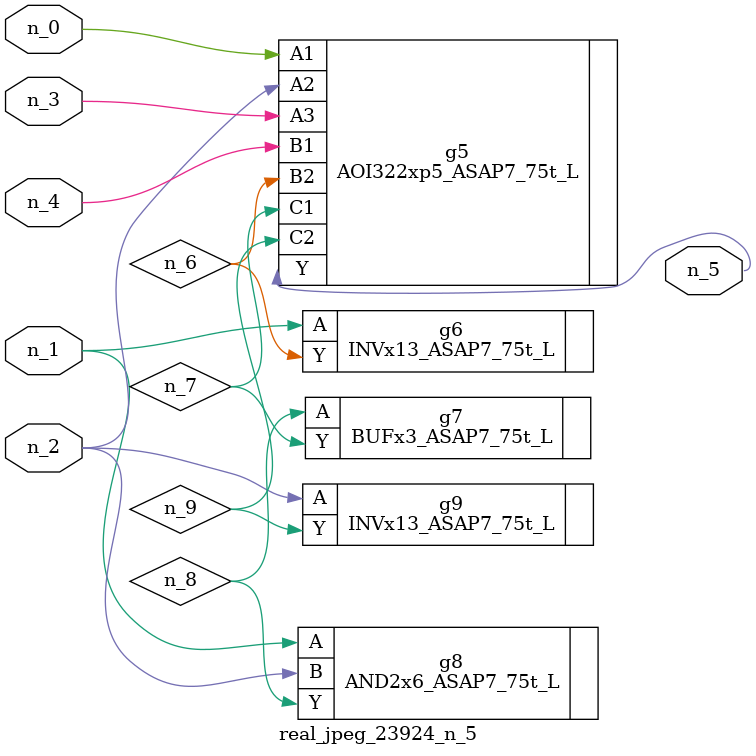
<source format=v>
module real_jpeg_23924_n_5 (n_4, n_0, n_1, n_2, n_3, n_5);

input n_4;
input n_0;
input n_1;
input n_2;
input n_3;

output n_5;

wire n_8;
wire n_6;
wire n_7;
wire n_9;

AOI322xp5_ASAP7_75t_L g5 ( 
.A1(n_0),
.A2(n_2),
.A3(n_3),
.B1(n_4),
.B2(n_6),
.C1(n_7),
.C2(n_9),
.Y(n_5)
);

INVx13_ASAP7_75t_L g6 ( 
.A(n_1),
.Y(n_6)
);

AND2x6_ASAP7_75t_L g8 ( 
.A(n_1),
.B(n_2),
.Y(n_8)
);

INVx13_ASAP7_75t_L g9 ( 
.A(n_2),
.Y(n_9)
);

BUFx3_ASAP7_75t_L g7 ( 
.A(n_8),
.Y(n_7)
);


endmodule
</source>
